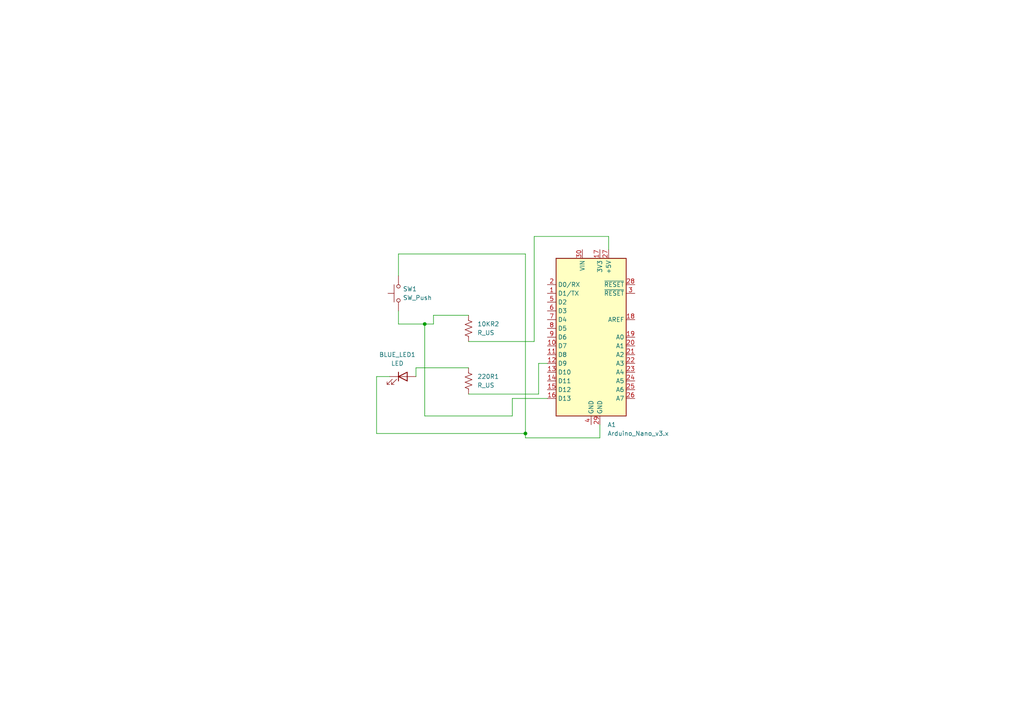
<source format=kicad_sch>
(kicad_sch (version 20230121) (generator eeschema)
  (paper "A4")
  (lib_symbols
    (symbol "Device:LED" (pin_numbers hide) (pin_names (offset 1.016) hide)
      (property "Reference" "D" (at 0 2.54 0))
      (property "Value" "LED" (at 0 -2.54 0))
      (symbol "LED_0_1"
        (polyline (pts (xy -1.27 -1.27) (xy -1.27 1.27)) (stroke (width 0.254)))
        (polyline (pts (xy -1.27 0) (xy 1.27 0)))
        (polyline (pts (xy 1.27 -1.27) (xy 1.27 1.27) (xy -1.27 0) (xy 1.27 -1.27)) (stroke (width 0.254)))
        (polyline (pts (xy -3.048 -0.762) (xy -4.572 -2.286) (xy -3.81 -2.286) (xy -4.572 -2.286) (xy -4.572 -1.524)))
        (polyline (pts (xy -1.778 -0.762) (xy -3.302 -2.286) (xy -2.54 -2.286) (xy -3.302 -2.286) (xy -3.302 -1.524)))
      )
      (symbol "LED_1_1"
        (pin passive line (at -3.81 0 0) (length 2.54) (name "K") (number "1"))
        (pin passive line (at 3.81 0 180) (length 2.54) (name "A") (number "2"))
      )
    )
    (symbol "Device:R_US" (pin_numbers hide) (pin_names (offset 0))
      (property "Reference" "R" (at 2.54 0 90))
      (property "Value" "R_US" (at -2.54 0 90))
      (symbol "R_US_0_1"
        (polyline (pts (xy 0 -2.286) (xy 0 -2.54)))
        (polyline (pts (xy 0 2.286) (xy 0 2.54)))
        (polyline (pts (xy 0 -0.762) (xy 1.016 -1.143) (xy 0 -1.524) (xy -1.016 -1.905) (xy 0 -2.286)))
        (polyline (pts (xy 0 0.762) (xy 1.016 0.381) (xy 0 0) (xy -1.016 -0.381) (xy 0 -0.762)))
        (polyline (pts (xy 0 2.286) (xy 1.016 1.905) (xy 0 1.524) (xy -1.016 1.143) (xy 0 0.762)))
      )
      (symbol "R_US_1_1"
        (pin passive line (at 0 3.81 270) (length 1.27) (name "~") (number "1"))
        (pin passive line (at 0 -3.81 90) (length 1.27) (name "~") (number "2"))
      )
    )
    (symbol "MCU_Module:Arduino_Nano_v3.x"
      (property "Reference" "A" (at -10.16 23.495 0))
      (property "Value" "Arduino_Nano_v3.x" (at 5.08 -24.13 0))
      (symbol "Arduino_Nano_v3.x_0_1"
        (rectangle (start -10.16 22.86) (end 10.16 -22.86) (stroke (width 0.254)) (fill (type background)))
      )
      (symbol "Arduino_Nano_v3.x_1_1"
        (pin bidirectional line (at -12.7 12.7 0) (length 2.54) (name "D1/TX") (number "1"))
        (pin bidirectional line (at -12.7 -2.54 0) (length 2.54) (name "D7") (number "10"))
        (pin bidirectional line (at -12.7 -5.08 0) (length 2.54) (name "D8") (number "11"))
        (pin bidirectional line (at -12.7 -7.62 0) (length 2.54) (name "D9") (number "12"))
        (pin bidirectional line (at -12.7 -10.16 0) (length 2.54) (name "D10") (number "13"))
        (pin bidirectional line (at -12.7 -12.7 0) (length 2.54) (name "D11") (number "14"))
        (pin bidirectional line (at -12.7 -15.24 0) (length 2.54) (name "D12") (number "15"))
        (pin bidirectional line (at -12.7 -17.78 0) (length 2.54) (name "D13") (number "16"))
        (pin power_out line (at 2.54 25.4 270) (length 2.54) (name "3V3") (number "17"))
        (pin input line (at 12.7 5.08 180) (length 2.54) (name "AREF") (number "18"))
        (pin bidirectional line (at 12.7 0 180) (length 2.54) (name "A0") (number "19"))
        (pin bidirectional line (at -12.7 15.24 0) (length 2.54) (name "D0/RX") (number "2"))
        (pin bidirectional line (at 12.7 -2.54 180) (length 2.54) (name "A1") (number "20"))
        (pin bidirectional line (at 12.7 -5.08 180) (length 2.54) (name "A2") (number "21"))
        (pin bidirectional line (at 12.7 -7.62 180) (length 2.54) (name "A3") (number "22"))
        (pin bidirectional line (at 12.7 -10.16 180) (length 2.54) (name "A4") (number "23"))
        (pin bidirectional line (at 12.7 -12.7 180) (length 2.54) (name "A5") (number "24"))
        (pin bidirectional line (at 12.7 -15.24 180) (length 2.54) (name "A6") (number "25"))
        (pin bidirectional line (at 12.7 -17.78 180) (length 2.54) (name "A7") (number "26"))
        (pin power_out line (at 5.08 25.4 270) (length 2.54) (name "+5V") (number "27"))
        (pin input line (at 12.7 15.24 180) (length 2.54) (name "~{RESET}") (number "28"))
        (pin power_in line (at 2.54 -25.4 90) (length 2.54) (name "GND") (number "29"))
        (pin input line (at 12.7 12.7 180) (length 2.54) (name "~{RESET}") (number "3"))
        (pin power_in line (at -2.54 25.4 270) (length 2.54) (name "VIN") (number "30"))
        (pin power_in line (at 0 -25.4 90) (length 2.54) (name "GND") (number "4"))
        (pin bidirectional line (at -12.7 10.16 0) (length 2.54) (name "D2") (number "5"))
        (pin bidirectional line (at -12.7 7.62 0) (length 2.54) (name "D3") (number "6"))
        (pin bidirectional line (at -12.7 5.08 0) (length 2.54) (name "D4") (number "7"))
        (pin bidirectional line (at -12.7 2.54 0) (length 2.54) (name "D5") (number "8"))
        (pin bidirectional line (at -12.7 0 0) (length 2.54) (name "D6") (number "9"))
      )
    )
    (symbol "Switch:SW_Push" (pin_numbers hide) (pin_names (offset 1.016) hide)
      (property "Reference" "SW" (at 1.27 2.54 0))
      (property "Value" "SW_Push" (at 0 -1.524 0))
      (symbol "SW_Push_0_1"
        (circle (center -2.032 0) (radius 0.508))
        (polyline (pts (xy 0 1.27) (xy 0 3.048)))
        (polyline (pts (xy 2.54 1.27) (xy -2.54 1.27)))
        (circle (center 2.032 0) (radius 0.508))
        (pin passive line (at -5.08 0 0) (length 2.54) (name "1") (number "1"))
        (pin passive line (at 5.08 0 180) (length 2.54) (name "2") (number "2"))
      )
    )
  )
  (junction (at 123.19 93.98))
  (junction (at 152.4 125.73))
  (wire (pts (xy 125.73 91.44) (xy 135.89 91.44)))
  (wire (pts (xy 135.89 99.06) (xy 154.94 99.06)))
  (wire (pts (xy 148.59 115.57) (xy 148.59 120.65)))
  (wire (pts (xy 120.65 106.68) (xy 120.65 109.22)))
  (wire (pts (xy 123.19 93.98) (xy 123.19 120.65)))
  (wire (pts (xy 154.94 68.58) (xy 154.94 99.06)))
  (wire (pts (xy 156.21 114.3) (xy 156.21 105.41)))
  (wire (pts (xy 152.4 73.66) (xy 115.57 73.66)))
  (wire (pts (xy 115.57 90.17) (xy 115.57 93.98)))
  (wire (pts (xy 152.4 125.73) (xy 152.4 127)))
  (wire (pts (xy 115.57 73.66) (xy 115.57 80.01)))
  (wire (pts (xy 115.57 93.98) (xy 123.19 93.98)))
  (wire (pts (xy 135.89 114.3) (xy 156.21 114.3)))
  (wire (pts (xy 113.03 109.22) (xy 109.22 109.22)))
  (wire (pts (xy 148.59 115.57) (xy 158.75 115.57)))
  (wire (pts (xy 125.73 93.98) (xy 125.73 91.44)))
  (wire (pts (xy 154.94 68.58) (xy 176.53 68.58)))
  (wire (pts (xy 173.99 127) (xy 152.4 127)))
  (wire (pts (xy 109.22 125.73) (xy 152.4 125.73)))
  (wire (pts (xy 109.22 109.22) (xy 109.22 125.73)))
  (wire (pts (xy 176.53 68.58) (xy 176.53 72.39)))
  (wire (pts (xy 135.89 106.68) (xy 120.65 106.68)))
  (wire (pts (xy 152.4 73.66) (xy 152.4 125.73)))
  (wire (pts (xy 123.19 93.98) (xy 125.73 93.98)))
  (wire (pts (xy 123.19 120.65) (xy 148.59 120.65)))
  (wire (pts (xy 173.99 123.19) (xy 173.99 127)))
  (wire (pts (xy 156.21 105.41) (xy 158.75 105.41)))
  (symbol (lib_id "Device:LED") (at 116.84 109.22 0) (unit 1)
    (property "Reference" "BLUE_LED1" (at 115.2525 102.87 0))
    (property "Value" "LED" (at 115.2525 105.41 0))
    (property "Footprint" "LED_THT:LED_D3.0mm" (effects hide))
  )
  (symbol (lib_id "Device:R_US") (at 135.89 95.25 0) (unit 1)
    (property "Reference" "10KR2" (at 138.43 93.98 0) (effects (justify left)))
    (property "Value" "R_US" (at 138.43 96.52 0) (effects (justify left)))
    (property "Footprint" "Resistor_THT:R_Axial_DIN0204_L3.6mm_D1.6mm_P5.08mm_Horizontal" (effects hide))
  )
  (symbol (lib_id "Switch:SW_Push") (at 115.57 85.09 90) (unit 1)
    (property "Reference" "SW1" (at 116.84 83.82 90) (effects (justify right)))
    (property "Value" "SW_Push" (at 116.84 86.36 90) (effects (justify right)))
    (property "Footprint" "Button_Switch_THT:SW_PUSH_6mm" (effects hide))
  )
  (symbol (lib_id "MCU_Module:Arduino_Nano_v3.x") (at 171.45 97.79 0) (unit 1)
    (property "Reference" "A1" (at 176.1841 123.19 0) (effects (justify left)))
    (property "Value" "Arduino_Nano_v3.x" (at 176.1841 125.73 0) (effects (justify left)))
    (property "Footprint" "Module:Arduino_Nano" (effects hide))
    (property "Datasheet" "http://www.mouser.com/pdfdocs/Gravitech_Arduino_Nano3_0.pdf" (effects hide))
  )
  (symbol (lib_id "Device:R_US") (at 135.89 110.49 0) (unit 1)
    (property "Reference" "220R1" (at 138.43 109.22 0) (effects (justify left)))
    (property "Value" "R_US" (at 138.43 111.76 0) (effects (justify left)))
    (property "Footprint" "Resistor_THT:R_Axial_DIN0204_L3.6mm_D1.6mm_P5.08mm_Horizontal" (effects hide))
  )
)
</source>
